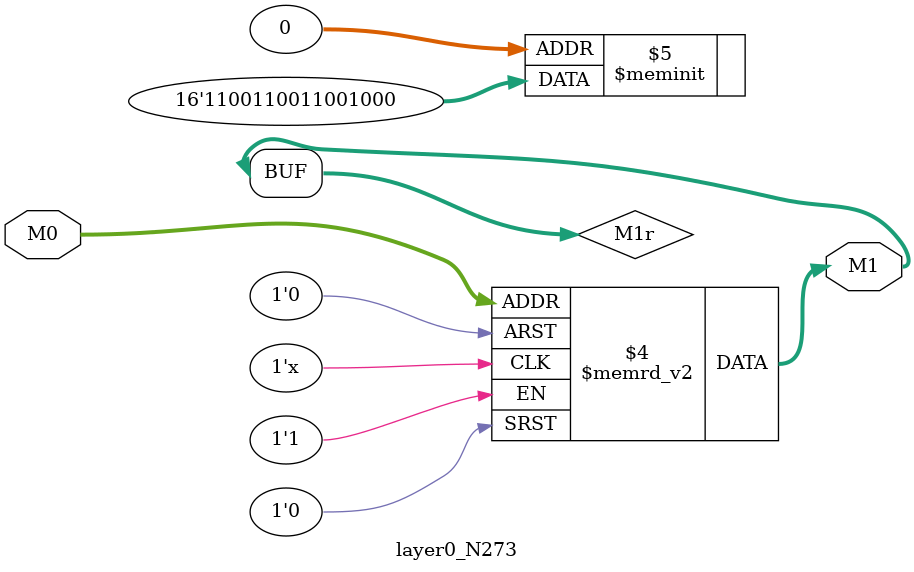
<source format=v>
module layer0_N273 ( input [2:0] M0, output [1:0] M1 );

	(*rom_style = "distributed" *) reg [1:0] M1r;
	assign M1 = M1r;
	always @ (M0) begin
		case (M0)
			3'b000: M1r = 2'b00;
			3'b100: M1r = 2'b00;
			3'b010: M1r = 2'b00;
			3'b110: M1r = 2'b00;
			3'b001: M1r = 2'b10;
			3'b101: M1r = 2'b11;
			3'b011: M1r = 2'b11;
			3'b111: M1r = 2'b11;

		endcase
	end
endmodule

</source>
